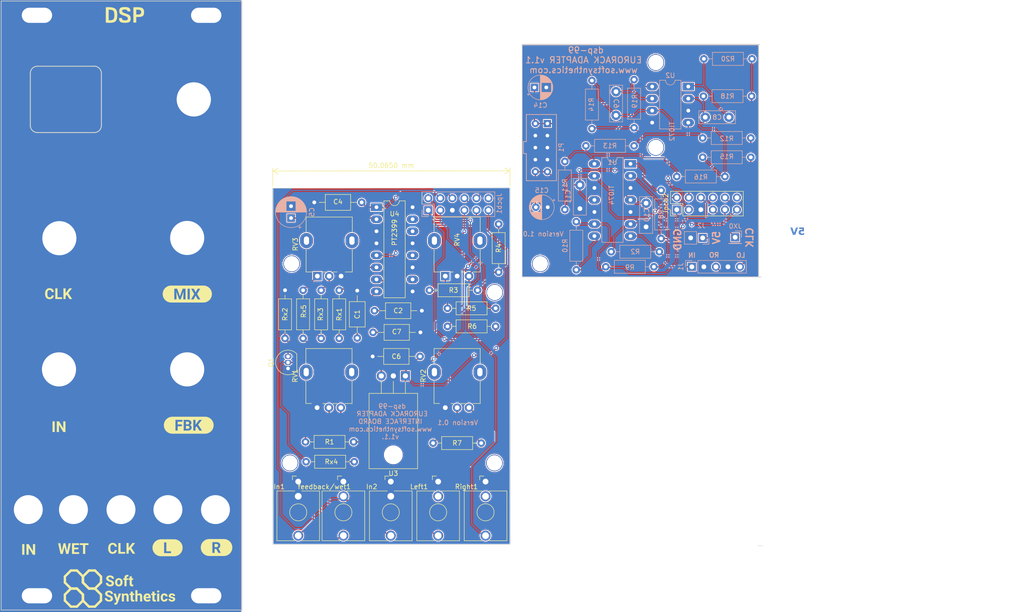
<source format=kicad_pcb>
(kicad_pcb (version 20221018) (generator pcbnew)
  (layers (0 "F.Cu" signal) (31 "B.Cu" signal) (34 "B.Paste" user) (35 "F.Paste" user) (36 "B.SilkS" user "B.Silkscreen") (37 "F.SilkS" user "F.Silkscreen") (38 "B.Mask" user) (39 "F.Mask" user) (44 "Edge.Cuts" user))
  (net 0 "")
  (net 1 "GND")
  (net 2 "Net-(C1-Pad2)")
  (net 3 "Net-(C2-Pad2)")
  (net 4 "+5V")
  (net 5 "Net-(C5-Pad1)")
  (net 6 "Net-(C8-Pad1)")
  (net 7 "+12V")
  (net 8 "-12V")
  (net 9 "LEFT EURO")
  (net 10 "Net-(In1-PadT)")
  (net 11 "Net-(C8-Pad2)")
  (net 12 "Net-(C9-Pad1)")
  (net 13 "Net-(R1-Pad1)")
  (net 14 "Net-(R3-Pad2)")
  (net 15 "Net-(R4-Pad2)")
  (net 16 "Net-(R7-Pad1)")
  (net 17 "Net-(R8-Pad2)")
  (net 18 "Line")
  (net 19 "Dry")
  (net 20 "R0")
  (net 21 "Net-(C9-Pad2)")
  (net 22 "RIGHT EURO")
  (net 23 "L0")
  (net 24 "Net-(In2-PadT)")
  (net 25 "Net-(Q1-Pad2)")
  (net 26 "Net-(RV3-Pad1)")
  (net 27 "Net-(Rx3-Pad1)")
  (net 28 "Net-(Rx1-Pad2)")
  (net 29 "X0")
  (net 36 "Net-(Q1-Pad3)")
  (net 37 "Net-(RV3-Pad2)")
  (net 38 "Line_raw")
  (net 39 "Dry_raw")
  (net 40 "wet1")
  (net 41 "in1")
  (net 42 "in buffed")
  (net 45 "Net-(RV2-Pad3)")
  (footprint "Capacitor_THT:C_Axial_L5.1mm_D3.1mm_P10.00mm_Horizontal" (layer "F.Cu") (at 72.47 76.0095)
    (fp_text reference "C6")
    (fp_text value "1u")
  )
  (footprint "kibuzzard-643BB3B1" (layer "F.Cu") (at 33.655 90.5256)
    (fp_text reference "kibuzzard-643BB3B1" hide)
    (fp_text value "G***" hide)
  )
  (footprint "Eurorack:audio Jack" (layer "F.Cu") (at -0.2032 108.331)
    (fp_text reference "REF**" hide)
    (fp_text value "audio Jack")
  )
  (footprint "Capacitor_THT:C_Axial_L5.1mm_D3.1mm_P10.00mm_Horizontal" (layer "F.Cu") (at 60.151 43.4975)
    (fp_text reference "C4")
    (fp_text value "100n")
  )
  (footprint "Eurorack:Knob" (layer "F.Cu") (at 33.3248 78.74)
    (fp_text reference "REF**")
    (fp_text value "Knob")
  )
  (footprint "Eurorack:M3" (layer "F.Cu") (at 55.0164 98.4885)
    (fp_text reference "REF**" hide)
    (fp_text value "M3")
  )
  (footprint "" (layer "F.Cu") (at 132.2324 13.97)
    (fp_text reference "")
    (fp_text value "")
  )
  (footprint "kibuzzard-643BB390" (layer "F.Cu") (at 33.3502 62.8396)
    (fp_text reference "kibuzzard-643BB390" hide)
    (fp_text value "G***" hide)
  )
  (footprint "Connector_Audio:Jack_3.5mm_QingPu_WQP-PJ398SM_Vertical_CircularHoles" (layer "F.Cu") (at 96.294 102.4255)
    (fp_text reference "Right1")
    (fp_text value "AudioJack2_SwitchT")
  )
  (footprint "kibuzzard-643BAFC1" (layer "F.Cu") (at 9.2964 116.5606)
    (fp_text reference "kibuzzard-643BAFC1" hide)
    (fp_text value "G***" hide)
  )
  (footprint "Potentiometer_THT:Potentiometer_Alpha_RD901F-40-00D_Single_Vertical" (layer "F.Cu") (at 87.799 86.8145 90)
    (fp_text reference "RV2")
    (fp_text value "100k")
  )
  (footprint "Connector_PinHeader_2.54mm:PinHeader_2x06_P2.54mm_Vertical" (layer "F.Cu") (at 136.652 45.0265 90)
    (fp_text reference "Jpcb2")
    (fp_text value "Conn_01x07_Male")
  )
  (footprint "kibuzzard-643BB339" (layer "F.Cu") (at 39.5224 116.332)
    (fp_text reference "kibuzzard-643BB339" hide)
    (fp_text value "G***" hide)
  )
  (footprint "Resistor_THT:R_Axial_DIN0207_L6.3mm_D2.5mm_P10.16mm_Horizontal" (layer "F.Cu") (at 94.615 62.0395 180)
    (fp_text reference "R3")
    (fp_text value "10k")
  )
  (footprint "Potentiometer_THT:Potentiometer_Alpha_RD901F-40-00D_Single_Vertical" (layer "F.Cu") (at 87.799 59.0595 90)
    (fp_text reference "RV4")
    (fp_text value "100k")
  )
  (footprint "Eurorack:Mounting Hole" (layer "F.Cu") (at 1.6218 126.516)
    (fp_text reference "REF**" hide)
    (fp_text value "Mounting Hole" hide)
  )
  (footprint "Eurorack:audio Jack" (layer "F.Cu") (at 39.2938 108.331)
    (fp_text reference "REF**" hide)
    (fp_text value "audio Jack")
  )
  (footprint "Capacitor_THT:C_Axial_L5.1mm_D3.1mm_P10.00mm_Horizontal" (layer "F.Cu") (at 69.215 62.1195 -90)
    (fp_text reference "C1")
    (fp_text value "100n")
  )
  (footprint "Resistor_THT:R_Axial_DIN0207_L6.3mm_D2.5mm_P10.16mm_Horizontal" (layer "F.Cu") (at 88.265 69.6595)
    (fp_text reference "R6")
    (fp_text value "10k")
  )
  (footprint "Connector_Audio:Jack_3.5mm_QingPu_WQP-PJ398SM_Vertical_CircularHoles" (layer "F.Cu") (at 86.294 102.4255)
    (fp_text reference "Left1")
    (fp_text value "AudioJack2_SwitchT")
  )
  (footprint "kibuzzard-644033EB" (layer "F.Cu") (at 19.05 123.317)
    (fp_text reference "kibuzzard-644033EB" hide)
    (fp_text value "G***" hide)
  )
  (footprint "kibuzzard-644033FD" (layer "F.Cu") (at 23.368 126.873)
    (fp_text reference "kibuzzard-644033FD" hide)
    (fp_text value "G***" hide)
  )
  (footprint "Eurorack:audio Jack" (layer "F.Cu") (at 29.2608 108.331)
    (fp_text reference "REF**" hide)
    (fp_text value "audio Jack")
  )
  (footprint "Resistor_THT:R_Axial_DIN0207_L6.3mm_D2.5mm_P10.16mm_Horizontal" (layer "F.Cu") (at 57.785 62.0395 -90)
    (fp_text reference "Rx5")
    (fp_text value "470K")
  )
  (footprint "" (layer "F.Cu") (at 107.832 56.4515)
    (fp_text reference "")
    (fp_text value "")
  )
  (footprint "Potentiometer_THT:Potentiometer_Alpha_RD901F-40-00D_Single_Vertical" (layer "F.Cu") (at 60.799 59.0595 90)
    (fp_text reference "RV3")
    (fp_text value "100k")
  )
  (footprint "Connector_Audio:Jack_3.5mm_QingPu_WQP-PJ398SM_Vertical_CircularHoles" (layer "F.Cu") (at 56.764 102.4255)
    (fp_text reference "In1")
    (fp_text value "AudioJack2_SwitchT")
  )
  (footprint "Resistor_THT:R_Axial_DIN0207_L6.3mm_D2.5mm_P10.16mm_Horizontal" (layer "F.Cu") (at 65.405 72.1995 90)
    (fp_text reference "Rx1")
    (fp_text value "2.2k / 200")
  )
  (footprint "Capacitor_THT:C_Axial_L5.1mm_D3.1mm_P10.00mm_Horizontal" (layer "F.Cu") (at 82.55 70.9295 180)
    (fp_text reference "C7")
    (fp_text value "100n")
  )
  (footprint "Eurorack:Mounting Hole" (layer "F.Cu") (at 1.6218 4.016)
    (fp_text reference "REF**" hide)
    (fp_text value "Mounting Hole" hide)
  )
  (footprint "" (layer "F.Cu") (at 6.35 51.053471)
    (fp_text reference "")
    (fp_text value "")
  )
  (footprint "Resistor_THT:R_Axial_DIN0207_L6.3mm_D2.5mm_P10.16mm_Horizontal" (layer "F.Cu") (at 99.06 58.2295 90)
    (fp_text reference "R4")
    (fp_text value "10k")
  )
  (footprint "Package_TO_SOT_THT:TO-220-3_Horizontal_TabDown" (layer "F.Cu") (at 79.375 80.1145 180)
    (fp_text reference "U3")
    (fp_text value "L7805")
  )
  (footprint "Eurorack:M3" (layer "F.Cu") (at 98.2218 62.4967)
    (fp_text reference "REF**" hide)
    (fp_text value "M3")
  )
  (footprint "Package_TO_SOT_THT:TO-92_Inline" (layer "F.Cu") (at 54.61 78.5495 90)
    (fp_text reference "Q1")
    (fp_text value "2N3904")
  )
  (footprint "Resistor_THT:R_Axial_DIN0207_L6.3mm_D2.5mm_P10.16mm_Horizontal" (layer "F.Cu") (at 53.975 62.0395 -90)
    (fp_text reference "Rx2")
    (fp_text value "33K")
  )
  (footprint "Eurorack:Mounting Hole" (layer "F.Cu") (at 37.3418 4.016)
    (fp_text reference "REF**" hide)
    (fp_text value "Mounting Hole" hide)
  )
  (footprint "Eurorack:M3" (layer "F.Cu") (at 55.372 56.4515)
    (fp_text reference "REF**" hide)
    (fp_text value "M3")
  )
  (footprint "Eurorack:M3" (layer "F.Cu") (at 98.171 98.4885)
    (fp_text reference "REF**" hide)
    (fp_text value "M3")
  )
  (footprint "Resistor_THT:R_Axial_DIN0207_L6.3mm_D2.5mm_P10.16mm_Horizontal" (layer "F.Cu") (at 68.58 98.2345 180)
    (fp_text reference "Rx4")
    (fp_text value "2.2M")
  )
  (footprint "Potentiometer_THT:Potentiometer_Alpha_RD901F-40-00D_Single_Vertical" (layer "F.Cu") (at 60.746 86.8145 90)
    (fp_text reference "RV1")
    (fp_text value "100k")
  )
  (footprint "Connector_Audio:Jack_3.5mm_QingPu_WQP-PJ398SM_Vertical_CircularHoles" (layer "F.Cu") (at 76.294 102.4255)
    (fp_text reference "In2")
    (fp_text value "AudioJack2_SwitchT")
  )
  (footprint "kibuzzard-643BAFCE" (layer "F.Cu") (at 6.2738 90.8304)
    (fp_text reference "kibuzzard-643BAFCE" hide)
    (fp_text value "G***" hide)
  )
  (footprint "Eurorack:Knob" (layer "F.Cu") (at 34.7216 21.764)
    (fp_text reference "REF**" hide)
    (fp_text value "Knob")
  )
  (footprint "Connector_PinHeader_2.54mm:PinHeader_2x06_P2.54mm_Vertical" (layer "F.Cu") (at 84.206 45.1535 90)
    (fp_text reference "Jpcb1")
    (fp_text value "Conn_01x07_Male" hide)
  )
  (footprint "Package_DIP:DIP-16_W7.62mm_LongPads" (layer "F.Cu") (at 73.279 44.5135)
    (fp_text reference "U4")
    (fp_text value "PT2399")
  )
  (footprint "" (layer "F.Cu") (at 6.2738 78.74)
    (fp_text reference "")
    (fp_text value "")
  )
  (footprint "Resistor_THT:R_Axial_DIN0207_L6.3mm_D2.5mm_P10.16mm_Horizontal" (layer "F.Cu") (at 88.265 65.8495)
    (fp_text reference "R5")
    (fp_text value "10k")
  )
  (footprint "Resistor_THT:R_Axial_DIN0207_L6.3mm_D2.5mm_P10.16mm_Horizontal" (layer "F.Cu") (at 61.595 62.0395 -90)
    (fp_text reference "Rx3")
    (fp_text value "1M")
  )
  (footprint "Connector_Audio:Jack_3.5mm_QingPu_WQP-PJ398SM_Vertical_CircularHoles" (layer "F.Cu") (at 66.294 102.4255)
    (fp_text reference "feedback/wet1")
    (fp_text value "AudioJack2_SwitchT")
  )
  (footprint "kibuzzard-64D80CCD" (layer "F.Cu") (at 20.193 3.937)
    (fp_text reference "kibuzzard-64D80CCD" hide)
    (fp_text value "G***" hide)
  )
  (footprint "kibuzzard-643BAF55" (layer "F.Cu") (at 6.1976 62.7634)
    (fp_text reference "kibuzzard-643BAF55" hide)
    (fp_text value "G***" hide)
  )
  (footprint "Resistor_THT:R_Axial_DIN0207_L6.3mm_D2.5mm_P10.16mm_Horizontal" (layer "F.Cu") (at 95.377 94.2975 180)
    (fp_text reference "R7")
    (fp_text value "100k")
  )
  (footprint "Eurorack:Knob" (layer "F.Cu") (at 33.3248 51.0032)
    (fp_text reference "REF**")
    (fp_text value "Knob")
  )
  (footprint "Capacitor_THT:C_Axial_L5.1mm_D3.1mm_P10.00mm_Horizontal" (layer "F.Cu") (at 82.851 66.3575 180)
    (fp_text reference "C2")
    (fp_text value "100n")
  )
  (footprint "kibuzzard-643BB32E" (layer "F.Cu") (at 29.1846 116.3828)
    (fp_text reference "kibuzzard-643BB32E" hide)
    (fp_text value "G***" hide)
  )
  (footprint "" (layer "F.Cu") (at 132.2324 31.9024)
    (fp_text reference "")
    (fp_text value "")
  )
  (footprint "Resistor_THT:R_Axial_DIN0207_L6.3mm_D2.5mm_P10.16mm_Horizontal" (layer "F.Cu") (at 58.293 94.0435)
    (fp_text reference "R1")
    (fp_text value "100k")
  )
  (footprint "kibuzzard-643BAF55" (layer "F.Cu") (at 19.5072 116.5098)
    (fp_text reference "kibuzzard-643BAF55" hide)
    (fp_text value "G***" hide)
  )
  (footprint "Eurorack:audio Jack" (layer "F.Cu") (at 19.3548 108.331)
    (fp_text reference "REF**" hide)
    (fp_text value "audio Jack")
  )
  (footprint "kibuzzard-643BAFCE" (layer "F.Cu") (at -0.127 116.7384)
    (fp_text reference "kibuzzard-643BAFCE" hide)
    (fp_text value "G***" hide)
  )
  (footprint "" (layer "F.Cu") (at 9.3218 108.331)
    (fp_text reference "")
    (fp_text value "")
  )
  (footprint "Eurorack:Mounting Hole" (layer "F.Cu") (at 37.3418 126.516)
    (fp_text reference "REF**" hide)
    (fp_text value "Mounting Hole")
  )
  (footprint "Capacitor_THT:C_Disc_D7.5mm_W2.5mm_P5.00mm" (layer "B.Cu") (at 142.661 25.527)
    (fp_text reference "C8")
    (fp_text value "22pF")
  )
  (footprint "Resistor_THT:R_Axial_DIN0207_L6.3mm_D2.5mm_P10.16mm_Horizontal" (layer "B.Cu") (at 133.35 51.1175 90)
    (fp_text reference "R8")
    (fp_text value "100k")
  )
  (footprint "Resistor_THT:R_Axial_DIN0207_L6.3mm_D2.5mm_P10.16mm_Horizontal" (layer "B.Cu") (at 118.745 27.94 90)
    (fp_text reference "R14")
    (fp_text value "20k")
  )
  (footprint "Resistor_THT:R_Axial_DIN0207_L6.3mm_D2.5mm_P10.16mm_Horizontal" (layer "B.Cu") (at 136.652 38.0365)
    (fp_text reference "R16")
    (fp_text value "2k")
  )
  (footprint "Connector_PinHeader_2.54mm:PinHeader_1x01_P2.54mm_Vertical" (layer "B.Cu") (at 148.971 50.8635 180)
    (fp_text reference "JX0")
    (fp_text value "Conn_01x01")
  )
  (footprint "europi:IDC-2x5" (layer "B.Cu") (at 108.077 31.9405 -90)
    (fp_text reference "P1")
    (fp_text value "EURO_PWR_2x5" hide)
  )
  (footprint "Resistor_THT:R_Axial_DIN0207_L6.3mm_D2.5mm_P10.16mm_Horizontal" (layer "B.Cu") (at 152.273 29.9085 180)
    (fp_text reference "R12")
    (fp_text value "2k")
  )
  (footprint "Capacitor_THT:C_Disc_D7.5mm_W2.5mm_P5.00mm" (layer "B.Cu") (at 123.825 25.1295 90)
    (fp_text reference "C9")
    (fp_text value "22pF")
  )
  (footprint "Capacitor_THT:CP_Radial_D5.0mm_P2.50mm" (layer "B.Cu") (at 109.409113 44.5135 180)
    (fp_text reference "C15")
    (fp_text value "10uF")
  )
  (footprint "Capacitor_THT:C_Disc_D7.5mm_W2.5mm_P5.00mm" (layer "B.Cu") (at 130.175 48.6645 90)
    (fp_text reference "C10")
    (fp_text value "100n")
  )
  (footprint "Package_DIP:DIP-14_W7.62mm_LongPads" (layer "B.Cu") (at 126.888 35.3645 180)
    (fp_text reference "U1")
    (fp_text value "TL074")
  )
  (footprint "Resistor_THT:R_Axial_DIN0207_L6.3mm_D2.5mm_P10.16mm_Horizontal" (layer "B.Cu") (at 152.527 13.208 180)
    (fp_text reference "R20")
    (fp_text value "1k")
  )
  (footprint "Connector_PinHeader_2.54mm:PinHeader_1x02_P2.54mm_Vertical" (layer "B.Cu") (at 142.118 50.9905 90)
    (fp_text reference "J2")
    (fp_text value "Conn_01x02_Female")
  )
  (footprint "Resistor_THT:R_Axial_DIN0207_L6.3mm_D2.5mm_P10.16mm_Horizontal" (layer "B.Cu") (at 115.443 47.5615 -90)
    (fp_text reference "R10")
    (fp_text value "22k")
  )
  (footprint "Resistor_THT:R_Axial_DIN0207_L6.3mm_D2.5mm_P10.16mm_Horizontal" (layer "B.Cu") (at 152.4335 21.082 180)
    (fp_text reference "R18")
    (fp_text value "20k")
  )
  (footprint "Capacitor_THT:CP_Radial_D6.3mm_P2.50mm" (layer "B.Cu") (at 55.245 46.7995 90)
    (fp_text reference "C5")
    (fp_text value "10uF")
  )
  (footprint "Resistor_THT:R_Axial_DIN0207_L6.3mm_D2.5mm_P10.16mm_Horizontal" (layer "B.Cu") (at 122.809 53.9115)
    (fp_text reference "R2")
    (fp_text value "100k")
  )
  (footprint "Package_DIP:DIP-8_W7.62mm_LongPads" (layer "B.Cu") (at 139.08 19.05 180)
    (fp_text reference "U2")
    (fp_text value "TL072")
  )
  (footprint "Resistor_THT:R_Axial_DIN0207_L6.3mm_D2.5mm_P10.16mm_Horizontal" (layer "B.Cu") (at 131.826 57.0865 180)
    (fp_text reference "R9")
    (fp_text value "20k")
  )
  (footprint "Capacitor_THT:CP_Radial_D5.0mm_P2.50mm" (layer "B.Cu") (at 106.617888 19.2405)
    (fp_text reference "C14")
    (fp_text value "10uF")
  )
  (footprint "Resistor_THT:R_Axial_DIN0207_L6.3mm_D2.5mm_P10.16mm_Horizontal" (layer "B.Cu") (at 127.635 27.7495 90)
    (fp_text reference "R19")
    (fp_text value "1k")
  )
  (footprint "Connector_PinHeader_2.54mm:PinHeader_1x05_P2.54mm_Vertical" (layer "B.Cu") (at 139.832 57.0865 -90)
    (fp_text reference "J1")
    (fp_text value "Conn_01x05_Male")
  )
  (footprint "Resistor_THT:R_Axial_DIN0207_L6.3mm_D2.5mm_P10.16mm_Horizontal" (layer "B.Cu") (at 152.273 33.9725 180)
    (fp_text reference "R15")
    (fp_text value "2k")
  )
  (footprint "Resistor_THT:R_Axial_DIN0207_L6.3mm_D2.5mm_P10.16mm_Horizontal" (layer "B.Cu") (at 117.475 31.5595)
    (fp_text reference "R13")
    (fp_text value "2k")
  )
  (footprint "Capacitor_THT:C_Disc_D7.5mm_W2.5mm_P5.00mm" (layer "B.Cu") (at 116.205 39.8145 -90)
    (fp_text reference "C11")
    (fp_text value "100n")
  )
  (footprint "Resistor_THT:R_Axial_DIN0207_L6.3mm_D2.5mm_P10.16mm_Horizontal" (layer "B.Cu") (at 113.03 45.0215 90)
    (fp_text reference "R11")
    (fp_text value "3k")
  )
  (gr_rect (start -6.101 0.8618) (end 44.6482 129.8642) (stroke (width 0.15)) (fill solid) (layer "F.Cu"))
  (gr_circle (center 9.370249 108.3056) (end 12.8016 108.3056) (stroke (width 0.15)) (fill solid) (layer "F.Cu"))
  (gr_rect (start -6.101 0.8618) (end 44.6482 129.8642) (stroke (width 0.15)) (fill solid) (layer "B.Cu"))
  (gr_line (start 7.5184 126.2634) (end 7.5184 127.5334) (stroke (width 0.5)) (layer "F.SilkS"))
  (gr_line (start 15.1384 126.2634) (end 13.8684 124.9934) (stroke (width 0.5)) (layer "F.SilkS"))
  (gr_line (start 11.3284 122.4534) (end 10.0584 121.1834) (stroke (width 0.5)) (layer "F.SilkS"))
  (gr_line (start 12.5984 121.1834) (end 11.3284 122.4534) (stroke (width 0.5)) (layer "F.SilkS"))
  (gr_line (start 8.7884 124.9934) (end 10.0584 124.9934) (stroke (width 0.5)) (layer "F.SilkS"))
  (gr_line (start 12.5984 124.9934) (end 11.3284 123.7234) (stroke (width 0.5)) (layer "F.SilkS"))
  (gr_line (start 13.8684 124.9934) (end 12.5984 124.9934) (stroke (width 0.5)) (layer "F.SilkS"))
  (gr_line (start 11.3284 122.4534) (end 11.3284 123.7234) (stroke (width 0.5)) (layer "F.SilkS"))
  (gr_line (start 13.8684 124.9934) (end 12.5984 124.9934) (stroke (width 0.5)) (layer "F.SilkS"))
  (gr_line (start 10.0584 121.1834) (end 8.7884 121.1834) (stroke (width 0.5)) (layer "F.SilkS"))
  (gr_line (start 11.3284 123.7234) (end 12.5984 124.9934) (stroke (width 0.5)) (layer "F.SilkS"))
  (gr_line (start 11.3284 122.4534) (end 11.3284 123.7234) (stroke (width 0.5)) (layer "F.SilkS"))
  (gr_line (start 7.5184 123.7234) (end 7.5184 122.4534) (stroke (width 0.5)) (layer "F.SilkS"))
  (gr_line (start 13.8684 124.9934) (end 15.1384 123.7234) (stroke (width 0.5)) (layer "F.SilkS"))
  (gr_line (start 11.3284 127.5334) (end 11.3284 126.2634) (stroke (width 0.5)) (layer "F.SilkS"))
  (gr_line (start 12.5984 128.8034) (end 13.8684 128.8034) (stroke (width 0.5)) (layer "F.SilkS"))
  (gr_line (start 15.1384 126.2634) (end 15.1384 127.5334) (stroke (width 0.5)) (layer "F.SilkS"))
  (gr_line (start 15.1384 127.5334) (end 13.8684 128.8034) (stroke (width 0.5)) (layer "F.SilkS"))
  (gr_line (start 8.7884 124.9934) (end 7.5184 126.2634) (stroke (width 0.5)) (layer "F.SilkS"))
  (gr_line (start 11.3284 127.5334) (end 12.5984 128.8034) (stroke (width 0.5)) (layer "F.SilkS"))
  (gr_line (start 15.1384 123.7234) (end 15.1384 122.4534) (stroke (width 0.5)) (layer "F.SilkS"))
  (gr_line (start 10.0584 128.8034) (end 11.3284 127.5334) (stroke (width 0.5)) (layer "F.SilkS"))
  (gr_line (start 13.8684 121.1834) (end 15.1384 122.4534) (stroke (width 0.5)) (layer "F.SilkS"))
  (gr_line (start 7.5184 123.7234) (end 8.7884 124.9934) (stroke (width 0.5)) (layer "F.SilkS"))
  (gr_line (start 8.7884 124.9934) (end 10.0584 124.9934) (stroke (width 0.5)) (layer "F.SilkS"))
  (gr_line (start 11.3284 127.5334) (end 11.3284 126.2634) (stroke (width 0.5)) (layer "F.SilkS"))
  (gr_line (start 8.7884 128.8034) (end 7.5184 127.5334) (stroke (width 0.5)) (layer "F.SilkS"))
  (gr_line (start 7.5184 122.4534) (end 8.7884 121.1834) (stroke (width 0.5)) (layer "F.SilkS"))
  (gr_line (start 10.0584 128.8034) (end 8.7884 128.8034) (stroke (width 0.5)) (layer "F.SilkS"))
  (gr_line (start 10.0584 124.9934) (end 11.3284 126.2634) (stroke (width 0.5)) (layer "F.SilkS"))
  (gr_line (start 12.5984 121.1834) (end 13.8684 121.1834) (stroke (width 0.5)) (layer "F.SilkS"))
  (gr_line (start 11.3284 126.2634) (end 10.0584 124.9934) (stroke (width 0.5)) (layer "F.SilkS"))
  (gr_line (start 15.2216 27.264) (end 15.2216 16.264) (stroke (width 0.2)) (layer "Edge.Cuts"))
  (gr_line (start 13.7216 14.764) (end 1.7216 14.764) (stroke (width 0.2)) (layer "Edge.Cuts"))
  (gr_line (start 44.8818 129.516) (end 44.8818 1.016) (stroke (width 0.15)) (layer "Edge.Cuts"))
  (gr_arc (start 0.2216 16.264) (mid 0.66094 15.20334) (end 1.7216 14.764) (stroke (width 0.2)) (layer "Edge.Cuts"))
  (gr_arc (start 1.7216 28.764) (mid 0.66094 28.32466) (end 0.2216 27.264) (stroke (width 0.2)) (layer "Edge.Cuts"))
  (gr_line (start 154.431228 59.234672) (end 104.013 59.234672) (stroke (width 0.15)) (layer "Edge.Cuts"))
  (gr_line (start 104.013 10.16) (end 104.013 59.234672) (stroke (width 0.15)) (layer "Edge.Cuts"))
  (gr_line (start 153.775 115.9345) (end 154.775 115.9345) (stroke (width 0.1)) (layer "Edge.Cuts"))
  (gr_line (start 0.2216 16.264) (end 0.2216 27.264) (stroke (width 0.2)) (layer "Edge.Cuts"))
  (gr_line (start 51.384 40.513) (end 51.435 115.6335) (stroke (width 0.2)) (layer "Edge.Cuts"))
  (gr_arc (start 13.7216 14.764) (mid 14.78226 15.20334) (end 15.2216 16.264) (stroke (width 0.2)) (layer "Edge.Cuts"))
  (gr_line (start 1.7216 28.764) (end 13.7216 28.764) (stroke (width 0.2)) (layer "Edge.Cuts"))
  (gr_line (start 101.449 40.4495) (end 101.473 115.6335) (stroke (width 0.2)) (layer "Edge.Cuts"))
  (gr_line (start 51.435 115.6335) (end 101.473 115.6335) (stroke (width 0.1)) (layer "Edge.Cuts"))
  (gr_line (start -5.9182 129.516) (end 44.8818 129.516) (stroke (width 0.15)) (layer "Edge.Cuts"))
  (gr_line (start 104.013 10.16) (end 154.093 10.16) (stroke (width 0.2)) (layer "Edge.Cuts"))
  (gr_line (start 153.924 10.16) (end 153.924 59.2455) (stroke (width 0.2)) (layer "Edge.Cuts"))
  (gr_arc (start 15.2216 27.264) (mid 14.78226 28.32466) (end 13.7216 28.764) (stroke (width 0.2)) (layer "Edge.Cuts"))
  (gr_circle (center 34.7216 21.764) (end 38.2216 21.764) (stroke (width 0.2)) (fill none) (layer "Edge.Cuts"))
  (gr_line (start -5.9182 129.516) (end -5.9182 1.016) (stroke (width 0.15)) (layer "Edge.Cuts"))
  (gr_line (start -5.9182 1.016) (end 44.8818 1.016) (stroke (width 0.15)) (layer "Edge.Cuts"))
  (gr_line (start 51.384 40.513) (end 101.449 40.4495) (stroke (width 0.1)) (layer "Edge.Cuts"))
  (gr_text "5V" (at 163.689 50.593) (layer "B.Cu") (effects (font (size 1.5 1.5) (thickness 0.3) bold) (justify left bottom mirror)))
  (gr_text "5V" (at 145.899 49.393 90) (layer "B.SilkS") (effects (font (size 1.5 1.5) (thickness 0.3) bold) (justify left bottom mirror)))
  (gr_text "Version 0.1" (at 90.424 89.9795) (layer "B.SilkS") (effects (font (size 1 1)) (justify mirror)))
  (gr_text "LO" (at 151.209 55.233) (layer "B.SilkS") (effects (font (size 1 1) (thickness 0.2) bold) (justify left bottom mirror)))
  (gr_text "Tl072\n" (at 135.636 28.5115 90) (layer "B.SilkS") (effects (font (size 1 1)) (justify mirror)))
  (gr_text "CLK" (at 152.909 48.623 90) (layer "B.SilkS") (effects (font (size 1.5 1.5) (thickness 0.3) bold) (justify left bottom mirror)))
  (gr_text "IN\n" (at 140.739 55.253) (layer "B.SilkS") (effects (font (size 1 1) (thickness 0.2) bold) (justify left bottom mirror)))
  (gr_text "RO" (at 145.689 55.203) (layer "B.SilkS") (effects (font (size 1 1) (thickness 0.2) bold) (justify left bottom mirror)))
  (gr_text "dsp-99 \nEURORACK ADAPTER \nINTERFACE BOARD\nwww.softsynthetics.com\nv1.1.\n" (at 76.2 89.7255) (layer "B.SilkS") (effects (font (size 1 1)) (justify mirror)))
  (gr_text "dsp-99 \nEURORACK ADAPTER v1.1\nwww.softsynthetics.com" (at 116.967 13.462) (layer "B.SilkS") (effects (font (size 1.3 1.3) (thickness 0.2)) (justify mirror)))
  (gr_text "Tl074\n\n" (at 123.698 41.9735 90) (layer "B.SilkS") (effects (font (size 1 1)) (justify mirror)))
  (gr_text "GND\n" (at 137.699 48.873 90) (layer "B.SilkS") (effects (font (size 1.5 1.5) (thickness 0.3) bold) (justify left bottom mirror)))
  (gr_text "Version 1.0\n" (at 108.489 50.163) (layer "B.SilkS") (effects (font (size 1 1)) (justify mirror)))
  (gr_text "PT2399\n" (at 77.089 49.8475 90) (layer "F.SilkS") (effects (font (size 1 1))))
  (dimension (type aligned) (layer "F.SilkS") (pts (xy 51.384 40.513) (xy 101.449 40.4495)) (height -3.619628) (gr_text "50.0650 mm" (at 76.41045 35.711626 0.07267112849) (layer "F.SilkS") (effects (font (size 1 1) (thickness 0.15)))) (format (prefix "") (suffix "") (units 3) (units_format 1) (precision 4)) (style (thickness 0.15) (arrow_length 1.27) (text_position_mode 0) (extension_height 0.58642) (extension_offset 0.5) keep_text_aligned))
  (segment (start 80.899 62.2935) (end 78.74 60.1345) (width 0.25) (layer "F.Cu") (net 1))
  (segment (start 89.535 56.9595) (end 83.82 56.9595) (width 0.25) (layer "F.Cu") (net 1))
  (segment (start 87.493 86.8145) (end 87.799 86.8145) (width 0.25) (layer "F.Cu") (net 1))
  (segment (start 79.502 52.1335) (end 78.74 52.8955) (width 0.25) (layer "F.Cu") (net 1))
  (segment (start 80.899 57.2135) (end 80.01 56.3245) (width 0.25) (layer "F.Cu") (net 1))
  (segment (start 80.899 62.2935) (end 80.899 64.4055) (width 0.25) (layer "F.Cu") (net 1))
  (segment (start 90.299 58.6585) (end 90.299 57.7235) (width 0.25) (layer "F.Cu") (net 1))
  (segment (start 78.74 52.8955) (end 78.74 56.7055) (width 0.25) (layer "F.Cu") (net 1))
  (segment (start 79.756 44.5135) (end 80.899 44.5135) (width 0.25) (layer "F.Cu") (net 1))
  (segment (start 80.01 56.3245) (end 78.74 56.3245) (width 0.25) (layer "F.Cu") (net 1))
  (segment (start 80.899 64.4055) (end 82.851 66.3575) (width 0.25) (layer "F.Cu") (net 1))
  (segment (start 90.299 57.7235) (end 89.535 56.9595) (width 0.25) (layer "F.Cu") (net 1))
  (segment (start 78.74 56.7055) (end 78.74 56.9595) (width 0.25) (layer "F.Cu") (net 1))
  (segment (start 83.566 57.2135) (end 80.899 57.2135) (width 0.25) (layer "F.Cu") (net 1))
  (segment (start 83.82 56.9595) (end 83.566 57.2135) (width 0.25) (layer "F.Cu") (net 1))
  (segment (start 78.74 56.3245) (end 78.74 56.7055) (width 0.25) (layer "F.Cu") (net 1))
  (segment (start 78.74 60.1345) (end 78.74 56.9595) (width 0.25) (layer "F.Cu") (net 1))
  (segment (start 80.899 52.1335) (end 79.502 52.1335) (width 0.25) (layer "F.Cu") (net 1))
  (segment (start 73.279 52.1335) (end 72.324 52.1335) (width 0.25) (layer "F.Cu") (net 1))
  (segment (start 116.205 44.8145) (end 118.558 44.8145) (width 0.25) (layer "B.Cu") (net 1))
  (segment (start 118.558 44.8145) (end 119.268 45.5245) (width 0.25) (layer "B.Cu") (net 1))
  (segment (start 131.82 27.3745) (end 131.46 27.3745) (width 0.25) (layer "B.Cu") (net 1))
  (segment (start 69.215 72.1195) (end 69.215 70.9295) (width 0.25) (layer "F.Cu") (net 2))
  (segment (start 70.485 65.0875) (end 73.279 62.2935) (width 0.25) (layer "F.Cu") (net 2))
  (segment (start 69.215 70.9295) (end 70.485 69.6595) (width 0.25) (layer "F.Cu") (net 2))
  (segment (start 70.485 69.6595) (end 70.485 65.0875) (width 0.25) (layer "F.Cu") (net 2))
  (segment (start 74.295 66.3575) (end 72.851 66.3575) (width 0.25) (layer "F.Cu") (net 3))
  (segment (start 75.565 65.0875) (end 74.295 66.3575) (width 0.25) (layer "F.Cu") (net 3))
  (segment (start 75.565 61.0235) (end 75.565 65.0875) (width 0.25) (layer "F.Cu") (net 3))
  (segment (start 73.279 59.7535) (end 74.295 59.7535) (width 0.25) (layer "F.Cu") (net 3))
  (segment (start 74.295 59.7535) (end 75.565 61.0235) (width 0.25) (layer "F.Cu") (net 3))
  (segment (start 87.884 41.2115) (end 78.613 41.2115) (width 0.25) (layer "F.Cu") (net 4))
  (segment (start 76.327 46.2915) (end 74.549 44.5135) (width 0.25) (layer "F.Cu") (net 4))
  (segment (start 72.55 70.9295) (end 73.619 70.9295) (width 0.25) (layer "F.Cu") (net 4))
  (segment (start 71.167 44.5135) (end 70.151 43.4975) (width 0.25) (layer "F.Cu") (net 4))
  (segment (start 78.613 41.2115) (end 77.343 42.4815) (width 0.25) (layer "F.Cu") (net 4))
  (segment (start 143.002 46.5455) (end 143.002 43.7565) (width 0.25) (layer "F.Cu") (net 4))
  (segment (start 74.295 71.6055) (end 76.327 69.5735) (width 0.25) (layer "F.Cu") (net 4))
  (segment (start 144.526 50.8635) (end 144.526 48.0695) (width 0.25) (layer "F.Cu") (net 4))
  (segment (start 144.399 50.9905) (end 142.118 50.9905) (width 0.25) (layer "F.Cu") (net 4))
  (segment (start 76.327 69.5735) (end 76.327 46.2915) (width 0.25) (layer "F.Cu") (net 4))
  (segment (start 73.619 70.9295) (end 74.295 71.6055) (width 0.25) (layer "F.Cu") (net 4))
  (segment (start 89.286 42.6135) (end 87.884 41.2115) (width 0.25) (layer "F.Cu") (net 4))
  (segment (start 144.526 50.8635) (end 144.399 50.9905) (width 0.25) (layer "F.Cu") (net 4))
  (segment (start 144.526 48.0695) (end 143.002 46.5455) (width 0.25) (layer "F.Cu") (net 4))
  (segment (start 74.295 80.1145) (end 74.295 71.6055) (width 0.25) (layer "F.Cu") (net 4))
  (segment (start 74.549 44.5135) (end 73.279 44.5135) (width 0.25) (layer "F.Cu") (net 4))
  (segment (start 143.002 43.7565) (end 141.732 42.4865) (width 0.25) (layer "F.Cu") (net 4))
  (segment (start 73.279 44.5135) (end 71.167 44.5135) (width 0.25) (layer "F.Cu") (net 4))
  (via (at 77.343 42.4815) (size 0.8) (drill 0.4) (layers "F.Cu" "B.Cu") (net 4))
  (segment (start 73.279 44.5135) (end 75.311 44.5135) (width 0.25) (layer "B.Cu") (net 4))
  (segment (start 75.311 44.5135) (end 77.343 42.4815) (width 0.25) (layer "B.Cu") (net 4))
  (segment (start 55.245 46.7995) (end 73.025 46.7995) (width 0.25) (layer "F.Cu") (net 5))
  (segment (start 73.025 46.7995) (end 73.279 47.0535) (width 0.25) (layer "F.Cu") (net 5))
  (segment (start 142.2735 26.4795) (end 142.2735 22.6695) (width 0.25) (layer "B.Cu") (net 6))
  (segment (start 146.177 38.0365) (end 146.812 38.0365) (width 0.25) (layer "B.Cu") (net 6))
  (segment (start 146.812 30.1625) (end 144.653 28.0035) (width 0.25) (layer "B.Cu") (net 6))
  (segment (start 139.08 21.59) (end 141.194 21.59) (width 0.25) (layer "B.Cu") (net 6))
  (segment (start 144.653 28.0035) (end 142.0075 28.0035) (width 0.25) (layer "B.Cu") (net 6))
  (segment (start 142.0075 28.0035) (end 141.3785 27.3745) (width 0.25) (layer "B.Cu") (net 6))
  (segment (start 141.194 21.59) (end 142.2735 22.6695) (width 0.25) (layer "B.Cu") (net 6))
  (segment (start 142.113 33.9725) (end 146.177 38.0365) (width 0.25) (layer "B.Cu") (net 6))
  (segment (start 142.2735 21.082) (end 142.2735 22.6695) (width 0.25) (layer "B.Cu") (net 6))
  (segment (start 141.3785 27.3745) (end 142.2735 26.4795) (width 0.25) (layer "B.Cu") (net 6))
  (segment (start 146.812 38.0365) (end 146.812 30.1625) (width 0.25) (layer "B.Cu") (net 6))
  (segment (start 139.827 48.1965) (end 138.811 47.1805) (width 0.25) (layer "F.Cu") (net 7))
  (segment (start 129.54 46.0375) (end 129.54 44.5135) (width 0.25) (layer "F.Cu") (net 7))
  (segment (start 106.617888 19.2405) (end 106.617888 26.671388) (width 0.25) (layer "F.Cu") (net 7))
  (segment (start 72.136 84.7725) (end 70.485 83.1215) (width 0.25) (layer "F.Cu") (net 7))
  (segment (start 109.347 26.8605) (end 113.665 26.8605) (width 0.25) (layer "F.Cu") (net 7))
  (segment (start 122.174 38.2705) (end 122.174 30.0355) (width 0.25) (layer "F.Cu") (net 7))
  (segment (start 133.604 46.5455) (end 131.064 46.5455) (width 0.25) (layer "F.Cu") (net 7))
  (segment (start 122.174 30.0355) (end 127.254 24.9555) (width 0.25) (layer "F.Cu") (net 7))
  (segment (start 125.101 22.6695) (end 127.26 24.8285) (width 0.25) (layer "F.Cu") (net 7))
  (segment (start 130.683 46.1645) (end 129.667 46.1645) (width 0.25) (layer "F.Cu") (net 7))
  (segment (start 79.375 81.7245) (end 76.327 84.7725) (width 0.25) (layer "F.Cu") (net 7))
  (segment (start 96.906 45.1535) (end 97.028 45.2755) (width 0.25) (layer "F.Cu") (net 7))
  (segment (start 65.278 83.1215) (end 62.103 79.9465) (width 0.25) (layer "F.Cu") (net 7))
  (segment (start 79.375 80.1145) (end 79.375 81.7245) (width 0.25) (layer "F.Cu") (net 7))
  (segment (start 127.26 24.8285) (end 127.26 24.8345) (width 0.25) (layer "F.Cu") (net 7))
  (segment (start 76.327 84.7725) (end 72.136 84.7725) (width 0.25) (layer "F.Cu") (net 7))
  (segment (start 117.856 22.6695) (end 125.101 22.6695) (width 0.25) (layer "F.Cu") (net 7))
  (segment (start 113.665 26.8605) (end 117.856 22.6695) (width 0.25) (layer "F.Cu") (net 7))
  (segment (start 127.254 24.9555) (end 127.254 24.8285) (width 0.25) (layer "F.Cu") (net 7))
  (segment (start 126.888 42.9845) (end 122.174 38.2705) (width 0.25) (layer "F.Cu") (net 7))
  (segment (start 138.811 47.1805) (end 134.239 47.1805) (width 0.25) (layer "F.Cu") (net 7))
  (segment (start 79.375 79.1045) (end 82.47 76.0095) (width 0.25) (layer "F.Cu") (net 7))
  (segment (start 130.175 43.8785) (end 130.175 43.6645) (width 0.25) (layer "F.Cu") (net 7))
  (segment (start 97.028 45.2755) (end 97.282 45.2755) (width 0.25) (layer "F.Cu") (net 7))
  (segment (start 134.239 47.1805) (end 133.604 46.5455) (width 0.25) (layer "F.Cu") (net 7))
  (segment (start 70.485 83.1215) (end 65.278 83.1215) (width 0.25) (layer "F.Cu") (net 7))
  (segment (start 62.103 79.9465) (end 62.103 76.5175) (width 0.25) (layer "F.Cu") (net 7))
  (segment (start 125.101 22.6695) (end 128.7205 19.05) (width 0.25) (layer "F.Cu") (net 7))
  (segment (start 98.552 74.2315) (end 97.028 75.7555) (width 0.25) (layer "F.Cu") (net 7))
  (segment (start 106.617888 26.671388) (end 106.807 26.8605) (width 0.25) (layer "F.Cu") (net 7))
  (segment (start 79.375 80.1145) (end 79.375 79.1045) (width 0.25) (layer "F.Cu") (net 7))
  (segment (start 127.254 24.8285) (end 127.26 24.8345) (width 0.25) (layer "F.Cu") (net 7))
  (segment (start 128.7205 19.05) (end 131.46 19.05) (width 0.25) (layer "F.Cu") (net 7))
  (segment (start 131.064 46.5455) (end 130.683 46.1645) (width 0.25) (layer "F.Cu") (net 7))
  (segment (start 129.667 46.1645) (end 129.54 46.0375) (width 0.25) (layer "F.Cu") (net 7))
  (segment (start 106.807 26.8605) (end 109.347 26.8605) (width 0.25) (layer "F.Cu") (net 7))
  (segment (start 97.028 75.7555) (end 93.853 75.7555) (width 0.25) (layer "F.Cu") (net 7))
  (segment (start 62.103 76.5175) (end 57.785 72.1995) (width 0.25) (layer "F.Cu") (net 7))
  (segment (start 129.54 44.5135) (end 130.175 43.8785) (width 0.25) (layer "F.Cu") (net 7))
  (via (at 139.827 48.1965) (size 0.8) (drill 0.4) (layers "F.Cu" "B.Cu") (net 7))
  (via (at 93.853 75.7555) (size 0.8) (drill 0.4) (layers "F.Cu" "B.Cu") (net 7))
  (via (at 98.552 74.2315) (size 0.8) (drill 0.4) (layers "F.Cu" "B.Cu") (net 7))
  (segment (start 146.2455 48.133) (end 149.352 45.0265) (width 0.25) (layer "B.Cu") (net 7))
  (segment (start 100.7872 71.9963) (end 98.552 74.2315) (width 0.25) (layer "B.Cu") (net 7))
  (segment (start 127.568 43.6645) (end 126.888 42.9845) (width 0.25) (layer "B.Cu") (net 7))
  (segment (start 81.239 81.9785) (end 79.375 80.1145) (width 0.25) (layer "B.Cu") (net 7))
  (segment (start 130.175 43.6645) (end 127.568 43.6645) (width 0.25) (layer "B.Cu") (net 7))
  (segment (start 96.906 49.7255) (end 100.7872 53.6067) (width 0.25) (layer "B.Cu") (net 7))
  (segment (start 139.8905 48.133) (end 146.2455 48.133) (width 0.25) (layer "B.Cu") (net 7))
  (segment (start 100.7872 53.6067) (end 100.7872 71.9963) (width 0.25) (layer "B.Cu") (net 7))
  (segment (start 139.827 48.1965) (end 139.8905 48.133) (width 0.25) (layer "B.Cu") (net 7))
  (segment (start 96.906 45.1535) (end 96.906 49.7255) (width 0.25) (layer "B.Cu") (net 7))
  (segment (start 87.63 81.9785) (end 81.239 81.9785) (width 0.25) (layer "B.Cu") (net 7))
  (segment (start 93.853 75.7555) (end 87.63 81.9785) (width 0.25) (layer "B.Cu") (net 7))
  (segment (start 116.205 39.8145) (end 112.141 39.8145) (width 0.25) (layer "F.Cu") (net 8))
  (segment (start 116.205 36.7665) (end 116.078 36.6395) (width 0.25) (layer "F.Cu") (net 8))
  (segment (start 116.205 39.8145) (end 116.205 36.7665) (width 0.25) (layer "F.Cu") (net 8))
  (segment (start 112.141 39.8145) (end 109.347 37.0205) (width 0.25) (layer "F.Cu") (net 8))
  (segment (start 123.698 36.6395) (end 128.397 36.6395) (width 0.25) (layer "F.Cu") (net 8))
  (segment (start 139.08 38.5295) (end 139.08 26.67) (width 0.25) (layer "F.Cu") (net 8))
  (segment (start 128.397 36.6395) (end 131.3434 39.5859) (width 0.25) (layer "F.Cu") (net 8))
  (segment (start 131.3434 39.5859) (end 138.0236 39.5859) (width 0.25) (layer "F.Cu") (net 8))
  (segment (start 106.807 44.411387) (end 106.909113 44.5135) (width 0.25) (layer "F.Cu") (net 8))
  (segment (start 106.807 37.0205) (end 106.807 44.411387) (width 0.25) (layer "F.Cu") (net 8))
  (segment (start 138.0236 39.5859) (end 139.08 38.5295) (width 0.25) (layer "F.Cu") (net 8))
  (segment (start 109.347 37.0205) (end 106.807 37.0205) (width 0.25) (layer "F.Cu") (net 8))
  (segment (start 123.571 36.7665) (end 123.698 36.6395) (width 0.25) (layer "F.Cu") (net 8))
  (via (at 116.078 36.6395) (size 0.8) (drill 0.4) (layers "F.Cu" "B.Cu") (net 8))
  (via (at 123.571 36.7665) (size 0.8) (drill 0.4) (layers "F.Cu" "B.Cu") (net 8))
  (segment (start 117.724 42.9845) (end 119.268 42.9845) (width 0.25) (layer "B.Cu") (net 8))
  (segment (start 116.205 41.4655) (end 117.724 42.9845) (width 0.25) (layer "B.Cu") (net 8))
  (segment (start 123.571 36.7665) (end 123.444 36.6395) (width 0.25) (layer "B.Cu") (net 8))
  (segment (start 116.205 39.8145) (end 116.205 41.4655) (width 0.25) (layer "B.Cu") (net 8))
  (segment (start 123.444 36.6395) (end 116.078 36.6395) (width 0.25) (layer "B.Cu") (net 8))
  (segment (start 69.723 110.1725) (end 69.723 107.6325) (width 0.25) (layer "F.Cu") (net 9))
  (segment (start 139.192 40.8305) (end 139.192 41.5945) (width 0.25) (layer "F.Cu") (net 9))
  (segment (start 80.01 112.8395) (end 78.867 111.6965) (width 0.25) (layer "F.Cu") (net 9))
  (segment (start 68.453 106.3625) (end 66.628 106.3625) (width 0.25) (layer "F.Cu") (net 9))
  (segment (start 152.4335 22.6695) (end 147.066 22.6695) (width 0.25) (layer "F.Cu") (net 9))
  (segment (start 147.066 22.6695) (end 144.399 25.3365) (width 0.25) (layer "F.Cu") (net 9))
  (segment (start 69.723 107.6325) (end 68.453 106.3625) (width 0.25) (layer "F.Cu") (net 9))
  (segment (start 144.399 35.6235) (end 139.192 40.8305) (width 0.25) (layer "F.Cu") (net 9))
  (segment (start 144.399 25.3365) (end 144.399 35.6235) (width 0.25) (layer "F.Cu") (net 9))
  (segment (start 78.867 111.6965) (end 71.247 111.6965) (width 0.25) (layer "F.Cu") (net 9))
  (segment (start 84.805 112.8395) (end 80.01 112.8395) (width 0.25) (layer "F.Cu") (net 9))
  (segment (start 86.299 114.3335) (end 84.805 112.8395) (width 0.25) (layer "F.Cu") (net 9))
  (segment (start 152.4335 22.6695) (end 152.4335 21.082) (width 0.25) (layer "F.Cu") (net 9))
  (segment (start 71.247 111.6965) (end 69.723 110.1725) (width 0.25) (layer "F.Cu") (net 9))
  (segment (start 66.628 106.3625) (end 66.299 106.0335) (width 0.25) (layer "F.Cu") (net 9))
  (segment (start 53.086 109.4105) (end 56.007 112.3315) (width 0.25) (layer "B.Cu") (net 9))
  (segment (start 53.086 100.2665) (end 53.086 109.4105) (width 0.25) (layer "B.Cu") (net 9))
  (segment (start 152.4335 21.082) (end 152.4335 13.3015) (width 0.25) (layer "B.Cu") (net 9))
  (segment (start 85.09 40.9575) (end 55.626 40.9575) (width 0.25) (layer "B.Cu") (net 9))
  (segment (start 52.451 99.6315) (end 53.086 100.2665) (width 0.25) (layer "B.Cu") (net 9))
  (segment (start 56.007 112.3315) (end 57.658 112.3315) (width 0.25) (layer "B.Cu") (net 9))
  (segment (start 55.626 40.9575) (end 52.451 44.1325) (width 0.25) (layer "B.Cu") (net 9))
  (segment (start 86.746 42.6135) (end 85.09 40.9575) (width 0.25) (layer "B.Cu") (net 9))
  (segment (start 63.956 106.0335) (end 66.299 106.0335) (width 0.25) (layer "B.Cu") (net 9))
  (segment (start 57.658 112.3315) (end 63.956 106.0335) (width 0.25) (layer "B.Cu") (net 9))
  (segment (start 152.4335 13.3015) (end 152.527 13.208) (width 0.25) (layer "B.Cu") (net 9))
  (segment (start 52.451 44.1325) (end 52.451 99.6315) (width 0.25) (layer "B.Cu") (net 9))
  (segment (start 65.746 86.8145) (end 65.746 93.8295) (width 0.25) (layer "F.Cu") (net 10))
  (segment (start 65.746 93.8295) (end 59.944 99.6315) (width 0.25) (layer "F.Cu") (net 10))
  (segment (start 59.944 110.6455) (end 56.764 113.8255) (width 0.25) (layer "F.Cu") (net 10))
  (segment (start 59.944 99.6315) (end 59.944 110.6455) (width 0.25) (layer "F.Cu") (net 10))
  (segment (start 142.113 18.8595) (end 142.367 18.6055) (width 0.25) (layer "B.Cu") (net 11))
  (segment (start 139.2705 18.8595) (end 139.08 19.05) (width 0.25) (layer "B.Cu") (net 11))
  (segment (start 142.2735 18.8595) (end 144.145 20.731) (width 0.25) (layer "B.Cu") (net 11))
  (segment (start 144.145 22.0345) (end 147.661 25.5505) (width 0.25) (layer "B.Cu") (net 11))
  (segment (start 142.2735 18.8595) (end 142.113 18.8595) (width 0.25) (layer "B.Cu") (net 11))
  (segment (start 144.145 20.731) (end 144.145 22.0345) (width 0.25) (layer "B.Cu") (net 11))
  (segment (start 142.367 18.6055) (end 142.367 13.208) (width 0.25) (layer "B.Cu") (net 11))
  (segment (start 147.661 25.5505) (end 147.661 26.2255) (width 0.25) (layer "B.Cu") (net 11))
  (segment (start 142.113 18.8595) (end 139.2705 18.8595) (width 0.25) (layer "B.Cu") (net 11))
  (segment (start 118.745 17.78) (end 120.015 19.05) (width 0.25) (layer "B.Cu") (net 12))
  (segment (start 133.604 24.13) (end 135.509 26.035) (width 0.25) (layer "B.Cu") (net 12))
  (segment (start 128.6345 24.13) (end 131.46 24.13) (width 0.25) (layer "B.Cu") (net 12))
  (segment (start 130.085999 29.108501) (end 127.635 31.5595) (width 0.25) (layer "B.Cu") (net 12))
  (segment (start 135.509 26.035) (end 135.509 29.108501) (width 0.25) (layer "B.Cu") (net 12))
  (segment (start 120.015 19.05) (end 120.015 21.3595) (width 0.25) (layer "B.Cu") (net 12))
  (segment (start 141.313001 29.108501) (end 135.509 29.108501) (width 0.25) (layer "B.Cu") (net 12))
  (segment (start 120.015 21.3595) (end 123.825 25.1695) (width 0.25) (layer "B.Cu") (net 12))
  (segment (start 127.595 25.1695) (end 128.6345 24.13) (width 0.25) (layer "B.Cu") (net 12))
  (segment (start 123.825 25.1695) (end 127.595 25.1695) (width 0.25) (layer "B.Cu") (net 12))
  (segment (start 142.113 29.9085) (end 141.313001 29.108501) (width 0.25) (layer "B.Cu") (net 12))
  (segment (start 135.509 29.108501) (end 130.085999 29.108501) (width 0.25) (layer "B.Cu") (net 12))
  (segment (start 131.46 24.13) (end 133.604 24.13) (width 0.25) (layer "B.Cu") (net 12))
  (segment (start 63.299 86.8145) (end 63.299 89.9265) (width 0.25) (layer "F.Cu") (net 13))
  (segment (start 58.293 92.1385) (end 58.293 94.0435) (width 0.25) (layer "F.Cu") (net 13))
  (segment (start 62.738 90.4875) (end 59.944 90.4875) (width 0.25) (layer "F.Cu") (net 13))
  (segment (start 59.944 90.4875) (end 58.293 92.1385) (width 0.25) (layer "F.Cu") (net 13))
  (segment (start 63.299 89.9265) (end 62.738 90.4875) (width 0.25) (layer "F.Cu") (net 13))
  (segment (start 87.333 62.0395) (end 84.455 62.0395) (width 0.25) (layer "F.Cu") (net 14))
  (segment (start 88.265 62.0395) (end 88.265 65.8495) (width 0.25) (layer "F.Cu") (net 14))
  (segment (start 87.799 61.5735) (end 88.265 62.0395) (width 0.25) (layer "F.Cu") (net 14))
  (segment (start 87.799 61.5735) (end 87.333 62.0395) (width 0.25) (layer "F.Cu") (net 14))
  (segment (start 87.799 58.6585) (end 87.799 61.5735) (width 0.25) (layer "F.Cu") (net 14))
  (segment (start 92.799 65.1255) (end 88.265 69.6595) (width 0.25) (layer "F.Cu") (net 15))
  (segment (start 97.673 53.7845) (end 92.799 58.6585) (width 0.25) (layer "F.Cu") (net 15))
  (segment (start 92.799 58.6585) (end 92.799 65.1255) (width 0.25) (layer "F.Cu") (net 15))
  (segment (start 97.79 53.7845) (end 97.673 53.7845) (width 0.25) (layer "F.Cu") (net 15))
  (segment (start 99.06 48.0695) (end 99.06 52.5145) (width 0.25) (layer "F.Cu") (net 15))
  (segment (start 99.06 52.5145) (end 97.79 53.7845) (width 0.25) (layer "F.Cu") (net 15))
  (segment (start 90.299 89.2195) (end 95.377 94.2975) (width 0.25) (layer "F.Cu") (net 16))
  (segment (start 90.299 86.8145) (end 90.299 89.2195) (width 0.25) (layer "F.Cu") (net 16))
  (segment (start 134.239 48.7045) (end 134.239 42.1005) (width 0.25) (layer "B.Cu") (net 17))
  (segment (start 134.747 55.8165) (end 134.747 49.2125) (width 0.25) (layer "B.Cu") (net 17))
  (segment (start 132.334 57.0865) (end 133.477 57.0865) (width 0.25) (layer "B.Cu") (net 17))
  (segment (start 132.08 40.9575) (end 129.667 38.5445) (width 0.25) (layer "B.Cu") (net 17))
  (segment (start 134.239 42.1005) (end 133.096 40.9575) (width 0.25) (layer "B.Cu") (net 17))
  (segment (start 133.477 57.0865) (end 134.747 55.8165) (width 0.25) (layer "B.Cu") (net 17))
  (segment (start 134.747 49.2125) (end 134.239 48.7045) (width 0.25) (layer "B.Cu") (net 17))
  (segment (start 129.667 36.6395) (end 128.392 35.3645) (width 0.25) (layer "B.Cu") (net 17))
  (segment (start 133.096 40.9575) (end 132.08 40.9575) (width 0.25) (layer "B.Cu") (net 17))
  (segment (start 129.667 38.5445) (end 129.667 36.6395) (width 0.25) (layer "B.Cu") (net 17))
  (segment (start 128.392 35.3645) (end 127.65 35.3645) (width 0.25) (layer "B.Cu") (net 17))
  (segment (start 131.826 57.5945) (end 132.334 57.0865) (width 0.25) (layer "B.Cu") (net 17))
  (segment (start 139.832 57.0865) (end 135.001 57.0865) (width 0.25) (layer "F.Cu") (net 18))
  (segment (start 116.586 57.7215) (end 115.443 57.7215) (width 0.25) (layer "F.Cu") (net 18))
  (segment (start 133.35 55.4355) (end 118.872 55.4355) (width 0.25) (layer "F.Cu") (net 18))
  (segment (start 118.872 55.4355) (end 116.586 57.7215) (width 0.25) (layer "F.Cu") (net 18))
  (segment (start 135.001 57.0865) (end 133.35 55.4355) (width 0.25) (layer "F.Cu") (net 18))
  (segment (start 120.03 50.6045) (end 120.03 51.2295) (width 0.25) (layer "B.Cu") (net 18))
  (segment (start 118.364 54.8005) (end 115.443 57.7215) (width 0.25) (layer "B.Cu") (net 18))
  (segment (start 118.364 52.8955) (end 118.364 54.8005) (width 0.25) (layer "B.Cu") (net 18))
  (segment (start 120.03 51.2295) (end 118.364 52.8955) (width 0.25) (layer "B.Cu") (net 18))
  (segment (start 117.475 31.5595) (end 117.475 32.8095) (width 0.25) (layer "B.Cu") (net 19))
  (segment (start 136.652 36.8935) (end 133.858 34.0995) (width 0.25) (layer "B.Cu") (net 19))
  (segment (start 133.858 34.0995) (end 129.794 34.0995) (width 0.25) (layer "B.Cu") (net 19))
  (segment (start 115.209 32.8095) (end 117.475 32.8095) (width 0.25) (layer "B.Cu") (net 19))
  (segment (start 113.157 34.8615) (end 115.209 32.8095) (width 0.25) (layer "B.Cu") (net 19))
  (segment (start 129.794 34.0995) (end 129.159 33.4645) (width 0.25) (layer "B.Cu") (net 19))
  (segment (start 129.159 33.4645) (end 118.745 33.4645) (width 0.25) (layer "B.Cu") (net 19))
  (segment (start 118.4375 33.772) (end 120.03 35.3645) (width 0.25) (layer "B.Cu") (net 19))
  (segment (start 118.745 33.4645) (end 118.4375 33.772) (width 0.25) (layer "B.Cu") (net 19))
  (segment (start 117.475 32.8095) (end 118.4375 33.772) (width 0.25) (layer "B.Cu") (net 19))
  (segment (start 136.652 38.0365) (end 136.652 36.8935) (width 0.25) (layer "B.Cu") (net 19))
  (segment (start 152.273 31.3055) (end 152.273 29.9085) (width 0.25) (layer "F.Cu") (net 20))
  (segment (start 153.416 57.5945) (end 153.416 32.4485) (width 0.25) (layer "F.Cu") (net 20))
  (segment (start 146.69 58.8645) (end 152.146 58.8645) (width 0.25) (layer "F.Cu") (net 20))
  (segment (start 153.416 32.4485) (end 152.273 31.3055) (width 0.25) (layer "F.Cu") (net 20))
  (segment (start 144.912 57.0865) (end 146.69 58.8645) (width 0.25) (layer "F.Cu") (net 20))
  (segment (start 152.146 58.8645) (end 153.416 57.5945) (width 0.25) (layer "F.Cu") (net 20))
  (segment (start 123.825 20.1695) (end 126.646 20.1695) (width 0.25) (layer "B.Cu") (net 21))
  (segment (start 126.646 20.1695) (end 127.1605 19.655) (width 0.25) (layer "B.Cu") (net 21))
  (segment (start 131.46 21.59) (end 129.0955 21.59) (width 0.25) (layer "B.Cu") (net 21))
  (segment (start 129.0955 21.59) (end 127.1605 19.655) (width 0.25) (layer "B.Cu") (net 21))
  (segment (start 127.1605 17.5895) (end 127.1605 19.655) (width 0.25) (layer "B.Cu") (net 21))
  (segment (start 129.159 34.0995) (end 129.159 29.2735) (width 0.25) (layer "F.Cu") (net 22))
  (segment (start 134.8232 38.3921) (end 134.8232 34.0995) (width 0.25) (layer "F.Cu") (net 22))
  (segment (start 134.8232 34.0995) (end 129.159 34.0995) (width 0.25) (layer "F.Cu") (net 22))
  (segment (start 129.159 29.2735) (end 127.635 27.7495) (width 0.25) (layer "F.Cu") (net 22))
  (via (at 134.8232 38.3921) (size 0.8) (drill 0.4) (layers "F.Cu" "B.Cu") (net 22))
  (segment (start 86.746 45.1535) (end 86.746 47.63) (width 0.25) (layer "B.Cu") (net 22))
  (segment (start 92.583 61.5315) (end 92.583 70.4215) (width 0.25) (layer "B.Cu") (net 22))
  (segment (start 93.599 60.5155) (end 92.583 61.5315) (width 0.25) (layer "B.Cu") (net 22))
  (segment (start 88.265 51.1175) (end 94.869 57.7215) (width 0.25) (layer "B.Cu") (net 22))
  (segment (start 98.425 76.2635) (end 98.425 94.0435) (width 0.25) (layer "B.Cu") (net 22))
  (segment (start 134.8232 38.3921) (end 134.8232 39.3065) (width 0.25) (layer "B.Cu") (net 22))
  (segment (start 93.853 60.5155) (end 93.599 60.5155) (width 0.25) (layer "B.Cu") (net 22))
  (segment (start 137.922 43.7565) (end 139.192 45.0265) (width 0.25) (layer "B.Cu") (net 22))
  (segment (start 93.345 111.3795) (end 96.299 114.3335) (width 0.25) (layer "B.Cu") (net 22))
  (segment (start 98.425 94.0435) (end 93.345 99.1235) (width 0.25) (layer "B.Cu") (net 22))
  (segment (start 94.869 57.7215) (end 94.869 59.4995) (width 0.25) (layer "B.Cu") (net 22))
  (segment (start 134.8232 39.3065) (end 136.3472 40.8305) (width 0.25) (layer "B.Cu") (net 22))
  (segment (start 86.746 47.63) (end 88.265 49.149) (width 0.25) (layer "B.Cu") (net 22))
  (segment (start 94.869 59.4995) (end 93.853 60.5155) (width 0.25) (layer "B.Cu") (net 22))
  (segment (start 88.265 49.149) (end 88.265 51.1175) (width 0.25) (layer "B.Cu") (net 22))
  (segment (start 137.922 41.6433) (end 137.922 43.7565) (width 0.25) (layer "B.Cu") (net 22))
  (segment (start 93.345 99.1235) (end 93.345 111.3795) (width 0.25) (layer "B.Cu") (net 22))
  (segment (start 118.745 27.7495) (end 127.1605 27.7495) (width 0.25) (layer "B.Cu") (net 22))
  (segment (start 92.583 70.4215) (end 98.425 76.2635) (width 0.25) (layer "B.Cu") (net 22))
  (segment (start 137.1092 40.8305) (end 137.922 41.6433) (width 0.25) (layer "B.Cu") (net 22))
  (segment (start 136.3472 40.8305) (end 137.1092 40.8305) (width 0.25) (layer "B.Cu") (net 22))
  (segment (start 152.273 54.8055) (end 149.992 57.0865) (width 0.25) (layer "F.Cu") (net 23))
  (segment (start 152.273 33.9725) (end 152.273 54.8055) (width 0.25) (layer "F.Cu") (net 23))
  (segment (start 74.932 112.9665) (end 68.834 112.9665) (width 0.25) (layer "F.Cu") (net 24))
  (segment (start 63.246 111.0615) (end 63.246 102.0445) (width 0.25) (layer "F.Cu") (net 24))
  (segment (start 68.834 112.9665) (end 67.564 111.6965) (width 0.25) (layer "F.Cu") (net 24))
  (segment (start 63.246 102.0445) (end 67.056 98.2345) (width 0.25) (layer "F.Cu") (net 24))
  (segment (start 67.056 98.2345) (end 68.58 98.2345) (width 0.25) (layer "F.Cu") (net 24))
  (segment (start 67.564 111.6965) (end 63.881 111.6965) (width 0.25) (layer "F.Cu") (net 24))
  (segment (start 76.299 114.3335) (end 74.932 112.9665) (width 0.25) (layer "F.Cu") (net 24))
  (segment (start 63.881 111.6965) (end 63.246 111.0615) (width 0.25) (layer "F.Cu") (net 24))
  (segment (start 59.69 70.2945) (end 56.515 70.2945) (width 0.25) (layer "F.Cu") (net 25))
  (segment (start 56.515 74.7395) (end 56.515 77.2795) (width 0.25) (layer "F.Cu") (net 25))
  (segment (start 55.88 70.9295) (end 55.88 74.1045) (width 0.25) (layer "F.Cu") (net 25))
  (segment (start 55.88 74.1045) (end 56.515 74.7395) (width 0.25) (layer "F.Cu") (net 25))
  (segment (start 56.515 70.2945) (end 55.88 70.9295) (width 0.25) (layer "F.Cu") (net 25))
  (segment (start 61.595 72.1995) (end 59.69 70.2945) (width 0.25) (layer "F.Cu") (net 25))
  (segment (start 56.515 77.2795) (end 54.61 77.2795) (width 0.25) (layer "F.Cu") (net 25))
  (segment (start 53.086 86.4235) (end 53.086 77.8035) (width 0.25) (layer "B.Cu") (net 25))
  (segment (start 58.42 98.2345) (end 54.737 94.5515) (width 0.25) (layer "B.Cu") (net 25))
  (segment (start 54.737 88.0745) (end 53.086 86.4235) (width 0.25) (layer "B.Cu") (net 25))
  (segment (start 53.086 77.8035) (end 53.61 77.2795) (width 0.25) (layer "B.Cu") (net 25))
  (segment (start 53.61 77.2795) (end 54.61 77.2795) (width 0.25) (layer "B.Cu") (net 25))
  (segment (start 54.737 94.5515) (end 54.737 88.0745) (width 0.25) (layer "B.Cu") (net 25))
  (segment (start 60.799 58.6585) (end 60.799 59.0255) (width 0.25) (layer "F.Cu") (net 26))
  (segment (start 60.799 59.0255) (end 57.785 62.0395) (width 0.25) (layer "F.Cu") (net 26))
  (segment (start 71.755 57.2135) (end 67.183 61.7855) (width 0.25) (layer "F.Cu") (net 28))
  (segment (start 73.279 57.2135) (end 71.755 57.2135) (width 0.25) (layer "F.Cu") (net 28))
  (segment (start 67.183 61.7855) (end 65.405 61.7855) (width 0.25) (layer "F.Cu") (net 28))
  (segment (start 146.812 48.7045) (end 146.812 45.0265) (width 0.25) (layer "F.Cu") (net 29))
  (segment (start 94.361 48.3235) (end 77.343 48.3235) (width 0.25) (layer "F.Cu") (net 29))
  (segment (start 94.366 45.1535) (end 94.366 48.3185) (width 0.25) (layer "F.Cu") (net 29))
  (segment (start 94.366 48.3185) (end 94.361 48.3235) (width 0.25) (layer "F.Cu") (net 29))
  (segment (start 77.343 48.3235) (end 77.343 54.1655) (width 0.25) (layer "F.Cu") (net 29))
  (segment (start 148.971 50.8635) (end 146.812 48.7045) (width 0.25) (layer "F.Cu") (net 29))
  (via (at 77.343 54.1655) (size 0.8) (drill 0.4) (layers "F.Cu" "B.Cu") (net 29))
  (segment (start 76.835 54.6735) (end 73.279 54.6735) (width 0.25) (layer "B.Cu") (net 29))
  (segment (start 77.343 54.1655) (end 76.835 54.6735) (width 0.25) (layer "B.Cu") (net 29))
  (segment (start 54.61 76.0095) (end 54.61 72.8345) (width 0.25) (layer "F.Cu") (net 36))
  (segment (start 55.245 69.0245) (end 63.5 69.0245) (width 0.25) (layer "F.Cu") (net 36))
  (segment (start 54.61 72.8345) (end 53.975 72.1995) (width 0.25) (layer "F.Cu") (net 36))
  (segment (start 65.405 70.9295) (end 65.405 72.1995) (width 0.25) (layer "F.Cu") (net 36))
  (segment (start 53.975 72.1995) (end 53.975 70.2945) (width 0.25) (layer "F.Cu") (net 36))
  (segment (start 63.5 69.0245) (end 65.405 70.9295) (width 0.25) (layer "F.Cu") (net 36))
  (segment (start 53.975 70.2945) (end 55.245 69.0245) (width 0.25) (layer "F.Cu") (net 36))
  (segment (start 61.595 62.0395) (end 63.299 60.3355) (width 0.25) (layer "F.Cu") (net 37))
  (segment (start 63.299 60.3355) (end 63.299 58.6585) (width 0.25) (layer "F.Cu") (net 37))
  (segment (start 136.652 45.0265) (end 136.647 45.0265) (width 0.25) (layer "F.Cu") (net 38))
  (segment (start 85.725 47.3075) (end 93.091 47.3075) (width 0.25) (layer "F.Cu") (net 38))
  (segment (start 84.206 45.7885) (end 85.725 47.3075) (width 0.25) (layer "F.Cu") (net 38))
  (segment (start 84.206 45.1535) (end 84.206 45.7885) (width 0.25) (layer "F.Cu") (net 38))
  (via (at 93.091 47.3075) (size 0.8) (drill 0.4) (layers "F.Cu" "B.Cu") (net 38))
  (segment (start 120.142 57.2135) (end 120.142 54.1655) (width 0.25) (layer "B.Cu") (net 38))
  (segment (start 97.536 65.8495) (end 98.425 65.8495) (width 0.25) (layer "B.Cu") (net 38))
  (segment (start 125.349 57.2135) (end 126.619 58.4835) (width 0.25) (layer "B.Cu") (net 38))
  (segment (start 122.428 51.8795) (end 122.428 48.7045) (width 0.25) (layer "B.Cu") (net 38))
  (segment (start 134.239 58.4835) (end 136.652 56.0705) (width 0.25) (layer "B.Cu") (net 38))
  (segment (start 122.428 48.7045) (end 121.788 48.0645) (width 0.25) (layer "B.Cu") (net 38))
  (segment (start 126.619 58.4835) (end 134.239 58.4835) (width 0.25) (layer "B.Cu") (net 38))
  (segment (start 121.666 57.5945) (end 120.523 57.5945) (width 0.25) (layer "B.Cu") (net 38))
  (segment (start 95.9358 57.0103) (end 95.9358 64.2493) (width 0.25) (layer "B.Cu") (net 38))
  (segment (start 120.142 54.1655) (end 122.428 51.8795) (width 0.25) (layer "B.Cu") (net 38))
  (segment (start 120.03 48.0645) (end 115.946 48.0645) (width 0.25) (layer "B.Cu") (net 38))
  (segment (start 136.652 56.0705) (end 136.652 45.0265) (width 0.25) (layer "B.Cu") (net 38))
  (segment (start 93.091 47.3075) (end 93.091 54.1655) (width 0.25) (layer "B.Cu") (net 38))
  (segment (start 121.666 57.2135) (end 125.349 57.2135) (width 0.25) (layer "B.Cu") (net 38))
  (segment (start 115.946 48.0645) (end 115.443 47.5615) (width 0.25) (layer "B.Cu") (net 38))
  (segment (start 121.788 48.0645) (end 120.03 48.0645) (width 0.25) (layer "B.Cu") (net 38))
  (segment (start 93.091 54.1655) (end 95.9358 57.0103) (width 0.25) (layer "B.Cu") (net 38))
  (segment (start 95.9358 64.2493) (end 97.536 65.8495) (width 0.25) (layer "B.Cu") (net 38))
  (segment (start 120.523 57.5945) (end 120.142 57.2135) (width 0.25) (layer "B.Cu") (net 38))
  (segment (start 132.207 45.4025) (end 135.123 42.4865) (width 0.25) (layer "F.Cu") (net 39))
  (segment (start 97.409 72.4535) (end 98.425 71.4375) (width 0.25) (layer "F.Cu") (net 39))
  (segment (start 87.63 72.3265) (end 87.757 72.4535) (width 0.25) (layer "F.Cu") (net 39))
  (segment (start 87.757 72.4535) (end 97.409 72.4535) (width 0.25) (layer "F.Cu") (net 39))
  (segment (start 132.08 45.4025) (end 132.207 45.4025) (width 0.25) (layer "F.Cu") (net 39))
  (segment (start 98.425 71.4375) (end 98.425 69.6595) (width 0.25) (layer "F.Cu") (net 39))
  (segment (start 135.123 42.4865) (end 136.652 42.4865) (width 0.25) (layer "F.Cu") (net 39))
  (via (at 132.08 45.4025) (size 0.8) (drill 0.4) (layers "F.Cu" "B.Cu") (net 39))
  (via (at 87.63 72.3265) (size 0.8) (drill 0.4) (layers "F.Cu" "B.Cu") (net 39))
  (segment (start 85.471 47.8155) (end 87.503 49.8475) (width 0.25) (layer "B.Cu") (net 39))
  (segment (start 85.598 56.9595) (end 85.598 70.2945) (width 0.25) (layer "B.Cu") (net 39))
  (segment (start 120.03 37.9045) (end 114.178 37.9045) (width 0.25) (layer "B.Cu") (net 39))
  (segment (start 85.598 70.2945) (end 87.63 72.3265) (width 0.25) (layer "B.Cu") (net 39))
  (segment (start 122.428 45.1485) (end 122.428 41.0645) (width 0.25) (layer "B.Cu") (net 39))
  (segment (start 124.079 46.7995) (end 122.428 45.1485) (width 0.25) (layer "B.Cu") (net 39))
  (segment (start 122.428 41.0645) (end 119.268 37.9045) (width 0.25) (layer "B.Cu") (net 39))
  (segment (start 84.206 42.6135) (end 85.471 43.8785) (width 0.25) (layer "B.Cu") (net 39))
  (segment (start 130.683 46.7995) (end 124.079 46.7995) (width 0.25) (layer "B.Cu") (net 39))
  (segment (start 114.178 37.9045) (end 113.157 38.9255) (width 0.25) (layer "B.Cu") (net 39))
  (segment (start 87.503 49.8475) (end 87.503 55.0545) (width 0.25) (layer "B.Cu") (net 39))
  (segment (start 87.503 55.0545) (end 85.598 56.9595) (width 0.25) (layer "B.Cu") (net 39))
  (segment (start 132.08 45.4025) (end 130.683 46.7995) (width 0.25) (layer "B.Cu") (net 39))
  (segment (start 113.157 38.9255) (end 113.157 45.0215) (width 0.25) (layer "B.Cu") (net 39))
  (segment (start 85.471 43.8785) (end 85.471 47.8155) (width 0.25) (layer "B.Cu") (net 39))
  (segment (start 91.574 65.0805) (end 88.773 67.8815) (width 0.25) (layer "F.Cu") (net 40))
  (segment (start 144.399 53.5305) (end 136.906 53.5305) (width 0.25) (layer "F.Cu") (net 40))
  (segment (start 144.272 45.0265) (end 145.542 46.2965) (width 0.25) (layer "F.Cu") (net 40))
  (segment (start 136.906 53.5305) (end 134.493 51.1175) (width 0.25) (layer "F.Cu") (net 40))
  (segment (start 145.542 46.2965) (end 145.542 52.3875) (width 0.25) (layer "F.Cu") (net 40))
  (segment (start 88.646 81.8515) (end 86.106 84.3915) (width 0.25) (layer "F.Cu") (net 40))
  (segment (start 85.725 68.8975) (end 85.725 74.7395) (width 0.25) (layer "F.Cu") (net 40))
  (segment (start 86.106 84.3915) (end 86.106 93.4085) (width 0.25) (layer "F.Cu") (net 40))
  (segment (start 86.741 67.8815) (end 85.725 68.8975) (width 0.25) (layer "F.Cu") (net 40))
  (segment (start 91.574 49.8405) (end 91.574 65.0805) (width 0.25) (layer "F.Cu") (net 40))
  (segment (start 88.773 67.8815) (end 86.741 67.8815) (width 0.25) (layer "F.Cu") (net 40))
  (segment (start 91.821 49.5935) (end 91.574 49.8405) (width 0.25) (layer "F.Cu") (net 40))
  (segment (start 134.493 51.1175) (end 133.35 51.1175) (width 0.25) (layer "F.Cu") (net 40))
  (segment (start 145.542 52.3875) (end 144.399 53.5305) (width 0.25) (layer "F.Cu") (net 40))
  (segment (start 86.106 93.4085) (end 85.217 94.2975) (width 0.25) (layer "F.Cu") (net 40))
  (segment (start 88.646 77.6605) (end 88.646 81.8515) (width 0.25) (layer "F.Cu") (net 40))
  (segment (start 85.725 74.7395) (end 88.646 77.6605) (width 0.25) (layer "F.Cu") (net 40))
  (via (at 91.821 49.5935) (size 0.8) (drill 0.4) (layers "F.Cu" "B.Cu") (net 40))
  (segment (start 127.65 38.0515) (end 127.65 37.9045) (width 0.25) (layer "B.Cu") (net 40))
  (segment (start 91.826 45.1535) (end 91.826 49.5885) (width 0.25) (layer "B.Cu") (net 40))
  (segment (start 133.096 51.1175) (end 133.096 43.4975) (width 0.25) (layer "B.Cu") (net 40))
  (segment (start 91.821 49.5935) (end 91.826 49.5885) (width 0.25) (layer "B.Cu") (net 40))
  (segment (start 133.096 43.4975) (end 127.65 38.0515) (width 0.25) (layer "B.Cu") (net 40))
  (segment (start 78.232 94.0435) (end 68.453 94.0435) (width 0.25) (layer "F.Cu") (net 41))
  (segment (start 83.947 77.4065) (end 82.931 78.4225) (width 0.25) (layer "F.Cu") (net 41))
  (segment (start 95.631 48.4505) (end 97.409 50.2285) (width 0.25) (layer "F.Cu") (net 41))
  (segment (start 137.922 48.5775) (end 137.541 48.9585) (width 0.25) (layer "F.Cu") (net 41))
  (segment (start 91.826 42.6135) (end 93.091 43.8785) (width 0.25) (layer "F.Cu") (net 41))
  (segment (start 131.064 47.1805) (end 128.778 47.1805) (width 0.25) (layer "F.Cu") (net 41))
  (segment (start 84.455 77.4065) (end 83.947 77.4065) (width 0.25) (layer "F.Cu") (net 41))
  (segment (start 82.931 89.3445) (end 78.232 94.0435) (width 0.25) (layer "F.Cu") (net 41))
  (segment (start 128.778 47.1805) (end 127.894 48.0645) (width 0.25) (layer "F.Cu") (net 41))
  (segment (start 97.409 52.1335) (end 92.583 56.9595) (width 0.25) (layer "F.Cu") (net 41))
  (segment (start 133.858 48.9585) (end 132.239 47.3395) (width 0.25) (layer "F.Cu") (net 41))
  (segment (start 127.894 48.0645) (end 126.888 48.0645) (width 0.25) (layer "F.Cu") (net 41))
  (segment (start 97.409 50.2285) (end 97.409 52.1335) (width 0.25) (layer "F.Cu") (net 41))
  (segment (start 131.223 47.3395) (end 131.064 47.1805) (width 0.25) (layer "F.Cu") (net 41))
  (segment (start 137.541 48.9585) (end 133.858 48.9585) (width 0.25) (layer "F.Cu") (net 41))
  (segment (start 95.25 43.8785) (end 95.631 44.2595) (width 0.25) (layer "F.Cu") (net 41))
  (segment (start 82.931 78.4225) (end 82.931 89.3445) (width 0.25) (layer "F.Cu") (net 41))
  (segment (start 95.631 44.2595) (end 95.631 48.4505) (width 0.25) (layer "F.Cu") (net 41))
  (segment (start 93.091 43.8785) (end 95.25 43.8785) (width 0.25) (layer "F.Cu") (net 41))
  (segment (start 132.239 47.3395) (end 131.223 47.3395) (width 0.25) (layer "F.Cu") (net 41))
  (segment (start 85.344 76.5175) (end 84.455 77.4065) (width 0.25) (layer "F.Cu") (net 41))
  (via (at 92.583 56.9595) (size 0.8) (drill 0.4) (layers "F.Cu" "B.Cu") (net 41))
  (via (at 137.922 48.5775) (size 0.8) (drill 0.4) (layers "F.Cu" "B.Cu") (net 41))
  (via (at 85.344 76.5175) (size 0.8) (drill 0.4) (layers "F.Cu" "B.Cu") (net 41))
  (segment (start 91.567 57.9755) (end 92.583 56.9595) (width 0.25) (layer "B.Cu") (net 41))
  (segment (start 91.567 70.2945) (end 91.567 57.9755) (width 0.25) (layer "B.Cu") (net 41))
  (segment (start 138.938 46.6725) (end 142.494 46.6725) (width 0.25) (layer "B.Cu") (net 41))
  (segment (start 126.116 48.0645) (end 123.317 50.8635) (width 0.25) (layer "B.Cu") (net 41))
  (segment (start 137.922 47.6885) (end 138.938 46.6725) (width 0.25) (layer "B.Cu") (net 41))
  (segment (start 85.344 76.5175) (end 91.567 70.2945) (width 0.25) (layer "B.Cu") (net 41))
  (segment (start 137.922 48.5775) (end 137.922 47.6885) (width 0.25) (layer "B.Cu") (net 41))
  (segment (start 127.65 48.0645) (end 126.116 48.0645) (width 0.25) (layer "B.Cu") (net 41))
  (segment (start 123.317 50.8635) (end 123.317 53.7845) (width 0.25) (layer "B.Cu") (net 41))
  (segment (start 142.494 46.6725) (end 142.907 46.2595) (width 0.25) (layer "B.Cu") (net 41))
  (segment (start 142.907 46.2595) (end 142.907 43.8515) (width 0.25) (layer "B.Cu") (net 41))
  (segment (start 123.317 53.7845) (end 122.809 54.2925) (width 0.25) (layer "B.Cu") (net 41))
  (segment (start 142.907 43.8515) (end 144.272 42.4865) (width 0.25) (layer "B.Cu") (net 41))
  (segment (start 149.606 54.8005) (end 133.858 54.8005) (width 0.25) (layer "F.Cu") (net 42))
  (segment (start 98.044 40.9575) (end 100.711 43.6245) (width 0.25) (layer "F.Cu") (net 42))
  (segment (start 94.615 61.7601) (end 98.1456 58.2295) (width 0.25) (layer "F.Cu") (net 42))
  (segment (start 133.858 54.8005) (end 132.969 53.9115) (width 0.25) (layer "F.Cu") (net 42))
  (segment (start 146.812 42.4865) (end 148.082 43.7565) (width 0.25) (layer "F.Cu") (net 42))
  (segment (start 94.615 62.0395) (end 94.615 61.7601) (width 0.25) (layer "F.Cu") (net 42))
  (segment (start 151.384 53.0225) (end 149.606 54.8005) (width 0.25) (layer "F.Cu") (net 42))
  (segment (start 98.044 40.9575) (end 96.022 40.9575) (width 0.25) (layer "F.Cu") (net 42))
  (segment (start 148.082 45.7835) (end 151.384 49.0855) (width 0.25) (layer "F.Cu") (net 42))
  (segment (start 151.384 49.0855) (end 151.384 53.0225) (width 0.25) (layer "F.Cu") (net 42))
  (segment (start 100.711 56.5785) (end 99.06 58.2295) (width 0.25) (layer "F.Cu") (net 42))
  (segment (start 148.082 43.7565) (end 148.082 45.7835) (width 0.25) (layer "F.Cu") (net 42))
  (segment (start 100.711 43.6245) (end 100.711 56.5785) (width 0.25) (layer "F.Cu") (net 42))
  (segment (start 98.1456 58.2295) (end 99.06 58.2295) (width 0.25) (layer "F.Cu") (net 42))
  (segment (start 96.022 40.9575) (end 94.366 42.6135) (width 0.25) (layer "F.Cu") (net 42))
  (segment (start 129.281 50.6045) (end 132.969 54.2925) (width 0.25) (layer "B.Cu") (net 42))
  (segment (start 127.65 50.6045) (end 129.281 50.6045) (width 0.25) (layer "B.Cu") (net 42))
  (segment (start 61.468 100.5205) (end 65.532 96.4565) (width 0.25) (layer "F.Cu") (net 45))
  (segment (start 65.532 96.4565) (end 70.231 96.4565) (width 0.25) (layer "F.Cu") (net 45))
  (segment (start 98.044 92.0595) (end 98.044 94.0435) (width 0.25) (layer "F.Cu") (net 45))
  (segment (start 70.231 96.4565) (end 74.168 100.3935) (width 0.25) (layer "F.Cu") (net 45))
  (segment (start 92.799 86.8145) (end 98.044 92.0595) (width 0.25) (layer "F.Cu") (net 45))
  (segment (start 63.47 114.3335) (end 61.468 112.3315) (width 0.25) (layer "F.Cu") (net 45))
  (segment (start 66.299 114.3335) (end 63.47 114.3335) (width 0.25) (layer "F.Cu") (net 45))
  (segment (start 74.168 100.3935) (end 91.694 100.3935) (width 0.25) (layer "F.Cu") (net 45))
  (segment (start 91.694 100.3935) (end 98.044 94.0435) (width 0.25) (layer "F.Cu") (net 45))
  (segment (start 61.468 112.3315) (end 61.468 100.5205) (width 0.25) (layer "F.Cu") (net 45))
  (zone (net 1) (net_name "GND") (layers "F&B.Cu") (connect_pads yes (clearance 0)) (min_thickness 0.254) (fill yes (thermal_gap 0.508) (thermal_bridge_width 0.508))
    (polygon (pts (xy 101.473 115.8875) (xy 51.308 115.824) (xy 51.435 40.4495) (xy 101.473 40.4495)))
  )
  (zone (net 1) (net_name "GND") (layers "F&B.Cu") (connect_pads yes (clearance 0)) (min_thickness 0.254) (fill yes (thermal_gap 0.508) (thermal_bridge_width 0.508))
    (polygon (pts (xy 154.051 59.309) (xy 104.013 59.309) (xy 104.013 10.3505) (xy 154.051 10.3505)))
  )
)
</source>
